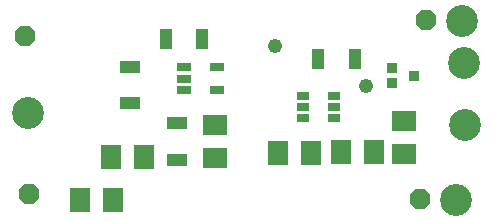
<source format=gbr>
G04 EAGLE Gerber RS-274X export*
G75*
%MOMM*%
%FSLAX34Y34*%
%LPD*%
%INSoldermask Top*%
%IPPOS*%
%AMOC8*
5,1,8,0,0,1.08239X$1,22.5*%
G01*
%ADD10R,1.181100X0.711200*%
%ADD11R,1.079500X0.711200*%
%ADD12R,1.803200X2.003200*%
%ADD13R,1.803200X1.103200*%
%ADD14R,1.103200X1.803200*%
%ADD15R,0.903200X0.903200*%
%ADD16R,2.003200X1.803200*%
%ADD17P,1.869504X8X22.500000*%
%ADD18C,2.703200*%
%ADD19C,1.209600*%


D10*
X209648Y187000D03*
X209648Y177500D03*
X209648Y168000D03*
X236953Y168000D03*
X236953Y187000D03*
D11*
X310456Y163000D03*
X310456Y153500D03*
X310456Y144000D03*
X336745Y144000D03*
X336745Y153500D03*
X336745Y163000D03*
D12*
X147800Y111300D03*
X175800Y111300D03*
D13*
X203500Y140000D03*
X203500Y109000D03*
D12*
X317000Y114500D03*
X289000Y114500D03*
D14*
X323000Y194500D03*
X354000Y194500D03*
D13*
X164000Y156500D03*
X164000Y187500D03*
D14*
X225000Y211000D03*
X194000Y211000D03*
D15*
X385750Y186500D03*
X385750Y173500D03*
X404250Y180000D03*
D16*
X236000Y138500D03*
X236000Y110500D03*
X396000Y114000D03*
X396000Y142000D03*
D12*
X342000Y115500D03*
X370000Y115500D03*
D17*
X75000Y214000D03*
X78000Y79500D03*
X414000Y227500D03*
X409000Y75500D03*
D12*
X121000Y74500D03*
X149000Y74500D03*
D18*
X77000Y148500D03*
X446500Y190500D03*
D19*
X286000Y205500D03*
X363500Y171500D03*
D18*
X447000Y138000D03*
X439500Y75000D03*
X445000Y226500D03*
M02*

</source>
